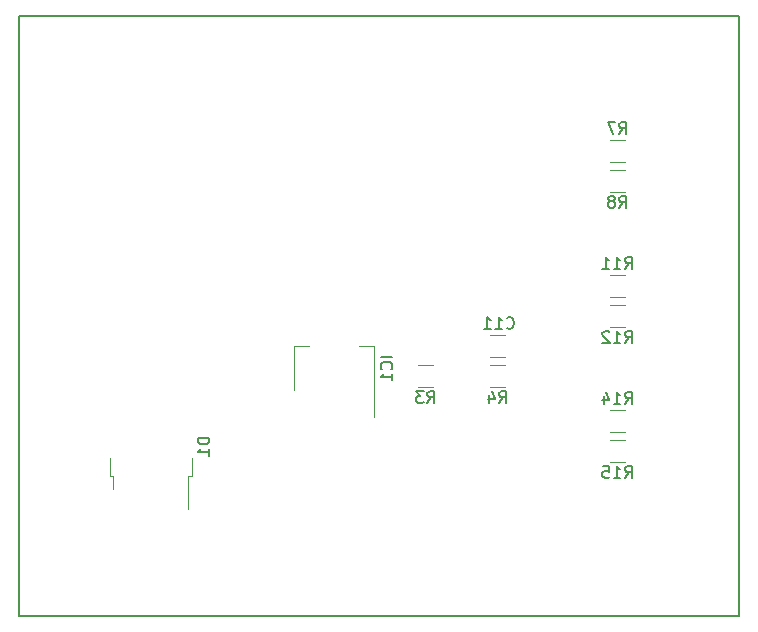
<source format=gbr>
G04 #@! TF.GenerationSoftware,KiCad,Pcbnew,5.0.2-bee76a0~70~ubuntu18.04.1*
G04 #@! TF.CreationDate,2019-02-21T11:41:22+01:00*
G04 #@! TF.ProjectId,PCB_Interface,5043425f-496e-4746-9572-666163652e6b,rev?*
G04 #@! TF.SameCoordinates,Original*
G04 #@! TF.FileFunction,Legend,Bot*
G04 #@! TF.FilePolarity,Positive*
%FSLAX46Y46*%
G04 Gerber Fmt 4.6, Leading zero omitted, Abs format (unit mm)*
G04 Created by KiCad (PCBNEW 5.0.2-bee76a0~70~ubuntu18.04.1) date jeu. 21 févr. 2019 11:41:22 CET*
%MOMM*%
%LPD*%
G01*
G04 APERTURE LIST*
%ADD10C,0.150000*%
%ADD11C,0.120000*%
G04 APERTURE END LIST*
D10*
X83820000Y-119380000D02*
X83820000Y-68580000D01*
X144780000Y-119380000D02*
X83820000Y-119380000D01*
X144780000Y-68580000D02*
X144780000Y-119380000D01*
X83820000Y-68580000D02*
X144780000Y-68580000D01*
D11*
G04 #@! TO.C,IC1*
X107080000Y-96490000D02*
X108340000Y-96490000D01*
X113900000Y-96490000D02*
X112640000Y-96490000D01*
X107080000Y-100250000D02*
X107080000Y-96490000D01*
X113900000Y-102500000D02*
X113900000Y-96490000D01*
G04 #@! TO.C,C11*
X123727936Y-95610000D02*
X124932064Y-95610000D01*
X123727936Y-97430000D02*
X124932064Y-97430000D01*
G04 #@! TO.C,D1*
X98440000Y-105990000D02*
X98440000Y-107490000D01*
X98440000Y-107490000D02*
X98170000Y-107490000D01*
X98170000Y-107490000D02*
X98170000Y-110320000D01*
X91540000Y-105990000D02*
X91540000Y-107490000D01*
X91540000Y-107490000D02*
X91810000Y-107490000D01*
X91810000Y-107490000D02*
X91810000Y-108590000D01*
G04 #@! TO.C,R3*
X117637936Y-98150000D02*
X118842064Y-98150000D01*
X117637936Y-99970000D02*
X118842064Y-99970000D01*
G04 #@! TO.C,R4*
X123727936Y-99970000D02*
X124932064Y-99970000D01*
X123727936Y-98150000D02*
X124932064Y-98150000D01*
G04 #@! TO.C,R7*
X133887936Y-79100000D02*
X135092064Y-79100000D01*
X133887936Y-80920000D02*
X135092064Y-80920000D01*
G04 #@! TO.C,R8*
X133887936Y-83460000D02*
X135092064Y-83460000D01*
X133887936Y-81640000D02*
X135092064Y-81640000D01*
G04 #@! TO.C,R11*
X133887936Y-90530000D02*
X135092064Y-90530000D01*
X133887936Y-92350000D02*
X135092064Y-92350000D01*
G04 #@! TO.C,R12*
X133887936Y-94890000D02*
X135092064Y-94890000D01*
X133887936Y-93070000D02*
X135092064Y-93070000D01*
G04 #@! TO.C,R14*
X133887936Y-101960000D02*
X135092064Y-101960000D01*
X133887936Y-103780000D02*
X135092064Y-103780000D01*
G04 #@! TO.C,R15*
X133887936Y-106320000D02*
X135092064Y-106320000D01*
X133887936Y-104500000D02*
X135092064Y-104500000D01*
G04 #@! TD*
G04 #@! TO.C,IC1*
D10*
X115442380Y-97423809D02*
X114442380Y-97423809D01*
X115347142Y-98471428D02*
X115394761Y-98423809D01*
X115442380Y-98280952D01*
X115442380Y-98185714D01*
X115394761Y-98042857D01*
X115299523Y-97947619D01*
X115204285Y-97900000D01*
X115013809Y-97852380D01*
X114870952Y-97852380D01*
X114680476Y-97900000D01*
X114585238Y-97947619D01*
X114490000Y-98042857D01*
X114442380Y-98185714D01*
X114442380Y-98280952D01*
X114490000Y-98423809D01*
X114537619Y-98471428D01*
X115442380Y-99423809D02*
X115442380Y-98852380D01*
X115442380Y-99138095D02*
X114442380Y-99138095D01*
X114585238Y-99042857D01*
X114680476Y-98947619D01*
X114728095Y-98852380D01*
G04 #@! TO.C,C11*
X125102857Y-94972142D02*
X125150476Y-95019761D01*
X125293333Y-95067380D01*
X125388571Y-95067380D01*
X125531428Y-95019761D01*
X125626666Y-94924523D01*
X125674285Y-94829285D01*
X125721904Y-94638809D01*
X125721904Y-94495952D01*
X125674285Y-94305476D01*
X125626666Y-94210238D01*
X125531428Y-94115000D01*
X125388571Y-94067380D01*
X125293333Y-94067380D01*
X125150476Y-94115000D01*
X125102857Y-94162619D01*
X124150476Y-95067380D02*
X124721904Y-95067380D01*
X124436190Y-95067380D02*
X124436190Y-94067380D01*
X124531428Y-94210238D01*
X124626666Y-94305476D01*
X124721904Y-94353095D01*
X123198095Y-95067380D02*
X123769523Y-95067380D01*
X123483809Y-95067380D02*
X123483809Y-94067380D01*
X123579047Y-94210238D01*
X123674285Y-94305476D01*
X123769523Y-94353095D01*
G04 #@! TO.C,D1*
X99942380Y-104281904D02*
X98942380Y-104281904D01*
X98942380Y-104520000D01*
X98990000Y-104662857D01*
X99085238Y-104758095D01*
X99180476Y-104805714D01*
X99370952Y-104853333D01*
X99513809Y-104853333D01*
X99704285Y-104805714D01*
X99799523Y-104758095D01*
X99894761Y-104662857D01*
X99942380Y-104520000D01*
X99942380Y-104281904D01*
X99942380Y-105805714D02*
X99942380Y-105234285D01*
X99942380Y-105520000D02*
X98942380Y-105520000D01*
X99085238Y-105424761D01*
X99180476Y-105329523D01*
X99228095Y-105234285D01*
G04 #@! TO.C,R3*
X118406666Y-101332380D02*
X118740000Y-100856190D01*
X118978095Y-101332380D02*
X118978095Y-100332380D01*
X118597142Y-100332380D01*
X118501904Y-100380000D01*
X118454285Y-100427619D01*
X118406666Y-100522857D01*
X118406666Y-100665714D01*
X118454285Y-100760952D01*
X118501904Y-100808571D01*
X118597142Y-100856190D01*
X118978095Y-100856190D01*
X118073333Y-100332380D02*
X117454285Y-100332380D01*
X117787619Y-100713333D01*
X117644761Y-100713333D01*
X117549523Y-100760952D01*
X117501904Y-100808571D01*
X117454285Y-100903809D01*
X117454285Y-101141904D01*
X117501904Y-101237142D01*
X117549523Y-101284761D01*
X117644761Y-101332380D01*
X117930476Y-101332380D01*
X118025714Y-101284761D01*
X118073333Y-101237142D01*
G04 #@! TO.C,R4*
X124496666Y-101332380D02*
X124830000Y-100856190D01*
X125068095Y-101332380D02*
X125068095Y-100332380D01*
X124687142Y-100332380D01*
X124591904Y-100380000D01*
X124544285Y-100427619D01*
X124496666Y-100522857D01*
X124496666Y-100665714D01*
X124544285Y-100760952D01*
X124591904Y-100808571D01*
X124687142Y-100856190D01*
X125068095Y-100856190D01*
X123639523Y-100665714D02*
X123639523Y-101332380D01*
X123877619Y-100284761D02*
X124115714Y-100999047D01*
X123496666Y-100999047D01*
G04 #@! TO.C,R7*
X134656666Y-78557380D02*
X134990000Y-78081190D01*
X135228095Y-78557380D02*
X135228095Y-77557380D01*
X134847142Y-77557380D01*
X134751904Y-77605000D01*
X134704285Y-77652619D01*
X134656666Y-77747857D01*
X134656666Y-77890714D01*
X134704285Y-77985952D01*
X134751904Y-78033571D01*
X134847142Y-78081190D01*
X135228095Y-78081190D01*
X134323333Y-77557380D02*
X133656666Y-77557380D01*
X134085238Y-78557380D01*
G04 #@! TO.C,R8*
X134656666Y-84822380D02*
X134990000Y-84346190D01*
X135228095Y-84822380D02*
X135228095Y-83822380D01*
X134847142Y-83822380D01*
X134751904Y-83870000D01*
X134704285Y-83917619D01*
X134656666Y-84012857D01*
X134656666Y-84155714D01*
X134704285Y-84250952D01*
X134751904Y-84298571D01*
X134847142Y-84346190D01*
X135228095Y-84346190D01*
X134085238Y-84250952D02*
X134180476Y-84203333D01*
X134228095Y-84155714D01*
X134275714Y-84060476D01*
X134275714Y-84012857D01*
X134228095Y-83917619D01*
X134180476Y-83870000D01*
X134085238Y-83822380D01*
X133894761Y-83822380D01*
X133799523Y-83870000D01*
X133751904Y-83917619D01*
X133704285Y-84012857D01*
X133704285Y-84060476D01*
X133751904Y-84155714D01*
X133799523Y-84203333D01*
X133894761Y-84250952D01*
X134085238Y-84250952D01*
X134180476Y-84298571D01*
X134228095Y-84346190D01*
X134275714Y-84441428D01*
X134275714Y-84631904D01*
X134228095Y-84727142D01*
X134180476Y-84774761D01*
X134085238Y-84822380D01*
X133894761Y-84822380D01*
X133799523Y-84774761D01*
X133751904Y-84727142D01*
X133704285Y-84631904D01*
X133704285Y-84441428D01*
X133751904Y-84346190D01*
X133799523Y-84298571D01*
X133894761Y-84250952D01*
G04 #@! TO.C,R11*
X135132857Y-89987380D02*
X135466190Y-89511190D01*
X135704285Y-89987380D02*
X135704285Y-88987380D01*
X135323333Y-88987380D01*
X135228095Y-89035000D01*
X135180476Y-89082619D01*
X135132857Y-89177857D01*
X135132857Y-89320714D01*
X135180476Y-89415952D01*
X135228095Y-89463571D01*
X135323333Y-89511190D01*
X135704285Y-89511190D01*
X134180476Y-89987380D02*
X134751904Y-89987380D01*
X134466190Y-89987380D02*
X134466190Y-88987380D01*
X134561428Y-89130238D01*
X134656666Y-89225476D01*
X134751904Y-89273095D01*
X133228095Y-89987380D02*
X133799523Y-89987380D01*
X133513809Y-89987380D02*
X133513809Y-88987380D01*
X133609047Y-89130238D01*
X133704285Y-89225476D01*
X133799523Y-89273095D01*
G04 #@! TO.C,R12*
X135132857Y-96252380D02*
X135466190Y-95776190D01*
X135704285Y-96252380D02*
X135704285Y-95252380D01*
X135323333Y-95252380D01*
X135228095Y-95300000D01*
X135180476Y-95347619D01*
X135132857Y-95442857D01*
X135132857Y-95585714D01*
X135180476Y-95680952D01*
X135228095Y-95728571D01*
X135323333Y-95776190D01*
X135704285Y-95776190D01*
X134180476Y-96252380D02*
X134751904Y-96252380D01*
X134466190Y-96252380D02*
X134466190Y-95252380D01*
X134561428Y-95395238D01*
X134656666Y-95490476D01*
X134751904Y-95538095D01*
X133799523Y-95347619D02*
X133751904Y-95300000D01*
X133656666Y-95252380D01*
X133418571Y-95252380D01*
X133323333Y-95300000D01*
X133275714Y-95347619D01*
X133228095Y-95442857D01*
X133228095Y-95538095D01*
X133275714Y-95680952D01*
X133847142Y-96252380D01*
X133228095Y-96252380D01*
G04 #@! TO.C,R14*
X135132857Y-101417380D02*
X135466190Y-100941190D01*
X135704285Y-101417380D02*
X135704285Y-100417380D01*
X135323333Y-100417380D01*
X135228095Y-100465000D01*
X135180476Y-100512619D01*
X135132857Y-100607857D01*
X135132857Y-100750714D01*
X135180476Y-100845952D01*
X135228095Y-100893571D01*
X135323333Y-100941190D01*
X135704285Y-100941190D01*
X134180476Y-101417380D02*
X134751904Y-101417380D01*
X134466190Y-101417380D02*
X134466190Y-100417380D01*
X134561428Y-100560238D01*
X134656666Y-100655476D01*
X134751904Y-100703095D01*
X133323333Y-100750714D02*
X133323333Y-101417380D01*
X133561428Y-100369761D02*
X133799523Y-101084047D01*
X133180476Y-101084047D01*
G04 #@! TO.C,R15*
X135132857Y-107682380D02*
X135466190Y-107206190D01*
X135704285Y-107682380D02*
X135704285Y-106682380D01*
X135323333Y-106682380D01*
X135228095Y-106730000D01*
X135180476Y-106777619D01*
X135132857Y-106872857D01*
X135132857Y-107015714D01*
X135180476Y-107110952D01*
X135228095Y-107158571D01*
X135323333Y-107206190D01*
X135704285Y-107206190D01*
X134180476Y-107682380D02*
X134751904Y-107682380D01*
X134466190Y-107682380D02*
X134466190Y-106682380D01*
X134561428Y-106825238D01*
X134656666Y-106920476D01*
X134751904Y-106968095D01*
X133275714Y-106682380D02*
X133751904Y-106682380D01*
X133799523Y-107158571D01*
X133751904Y-107110952D01*
X133656666Y-107063333D01*
X133418571Y-107063333D01*
X133323333Y-107110952D01*
X133275714Y-107158571D01*
X133228095Y-107253809D01*
X133228095Y-107491904D01*
X133275714Y-107587142D01*
X133323333Y-107634761D01*
X133418571Y-107682380D01*
X133656666Y-107682380D01*
X133751904Y-107634761D01*
X133799523Y-107587142D01*
G04 #@! TD*
M02*

</source>
